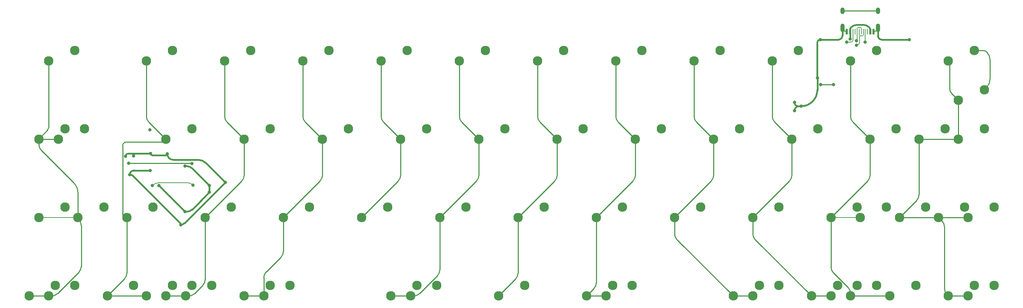
<source format=gbr>
%TF.GenerationSoftware,KiCad,Pcbnew,8.0.8*%
%TF.CreationDate,2025-02-11T12:31:47+01:00*%
%TF.ProjectId,forti rev 3,666f7274-6920-4726-9576-20332e6b6963,rev?*%
%TF.SameCoordinates,Original*%
%TF.FileFunction,Copper,L1,Top*%
%TF.FilePolarity,Positive*%
%FSLAX46Y46*%
G04 Gerber Fmt 4.6, Leading zero omitted, Abs format (unit mm)*
G04 Created by KiCad (PCBNEW 8.0.8) date 2025-02-11 12:31:47*
%MOMM*%
%LPD*%
G01*
G04 APERTURE LIST*
%TA.AperFunction,SMDPad,CuDef*%
%ADD10R,0.600000X1.450000*%
%TD*%
%TA.AperFunction,SMDPad,CuDef*%
%ADD11R,0.280000X1.450000*%
%TD*%
%TA.AperFunction,ComponentPad*%
%ADD12O,1.000000X2.100000*%
%TD*%
%TA.AperFunction,ComponentPad*%
%ADD13O,1.000000X1.600000*%
%TD*%
%TA.AperFunction,ComponentPad*%
%ADD14C,2.300000*%
%TD*%
%TA.AperFunction,ViaPad*%
%ADD15C,0.800000*%
%TD*%
%TA.AperFunction,Conductor*%
%ADD16C,0.250000*%
%TD*%
%TA.AperFunction,Conductor*%
%ADD17C,0.200000*%
%TD*%
%TA.AperFunction,Conductor*%
%ADD18C,0.381000*%
%TD*%
G04 APERTURE END LIST*
D10*
%TO.P,J1,A1,GND*%
%TO.N,GND*%
X237519115Y-31582500D03*
%TO.P,J1,A4,VBUS*%
%TO.N,VBUS*%
X236719115Y-31582500D03*
D11*
%TO.P,J1,A5,CC1*%
%TO.N,/CC1*%
X235519115Y-31582500D03*
%TO.P,J1,A6,D+*%
%TO.N,D_USB_P*%
X234519115Y-31582500D03*
%TO.P,J1,A7,D-*%
%TO.N,D_USB_N*%
X234019115Y-31582500D03*
%TO.P,J1,A8,SBU1*%
%TO.N,unconnected-(J1-SBU1-PadA8)*%
X233019115Y-31582500D03*
D10*
%TO.P,J1,A9,VBUS*%
%TO.N,VBUS*%
X231819115Y-31582500D03*
%TO.P,J1,A12,GND*%
%TO.N,GND*%
X231019115Y-31582500D03*
%TO.P,J1,B1,GND*%
X231019115Y-31582500D03*
%TO.P,J1,B4,VBUS*%
%TO.N,VBUS*%
X231819115Y-31582500D03*
D11*
%TO.P,J1,B5,CC2*%
%TO.N,/CC2*%
X232519115Y-31582500D03*
%TO.P,J1,B6,D+*%
%TO.N,D_USB_P*%
X233519115Y-31582500D03*
%TO.P,J1,B7,D-*%
%TO.N,D_USB_N*%
X235019115Y-31582500D03*
%TO.P,J1,B8,SBU2*%
%TO.N,unconnected-(J1-SBU2-PadB8)*%
X236019115Y-31582500D03*
D10*
%TO.P,J1,B9,VBUS*%
%TO.N,VBUS*%
X236719115Y-31582500D03*
%TO.P,J1,B12,GND*%
%TO.N,GND*%
X237519115Y-31582500D03*
D12*
%TO.P,J1,S1,SHIELD*%
X238589115Y-30667500D03*
D13*
X238589115Y-26487500D03*
D12*
X229949115Y-30667500D03*
D13*
X229949115Y-26487500D03*
%TD*%
D14*
%TO.P,MX51,1,1*%
%TO.N,COL9*%
X227171250Y-95885000D03*
%TO.P,MX51,2,2*%
%TO.N,Net-(D45-A)*%
X233521250Y-93345000D03*
%TD*%
%TO.P,MX23,1,1*%
%TO.N,COL10*%
X236696250Y-57785000D03*
%TO.P,MX23,2,2*%
%TO.N,Net-(D23-A)*%
X243046250Y-55245000D03*
%TD*%
%TO.P,MX55,1,1*%
%TO.N,COL11*%
X255746250Y-95885000D03*
%TO.P,MX55,2,2*%
%TO.N,Net-(D47-A)*%
X262096250Y-93345000D03*
%TD*%
%TO.P,MX43,1,1*%
%TO.N,COL2*%
X70008750Y-95885000D03*
%TO.P,MX43,2,2*%
%TO.N,Net-(D39-A)*%
X76358750Y-93345000D03*
%TD*%
%TO.P,MXshift2.1,1,1*%
%TO.N,COL0*%
X43815000Y-76835000D03*
%TO.P,MXshift2.1,2,2*%
%TO.N,Net-(D25-A)*%
X50165000Y-74295000D03*
%TD*%
%TO.P,MX27,1,1*%
%TO.N,COL2*%
X74771250Y-76835000D03*
%TO.P,MX27,2,2*%
%TO.N,Net-(D27-A)*%
X81121250Y-74295000D03*
%TD*%
%TO.P,MX11,1,1*%
%TO.N,COL10*%
X231933750Y-38735000D03*
%TO.P,MX11,2,2*%
%TO.N,Net-(D11-A)*%
X238283750Y-36195000D03*
%TD*%
%TO.P,MX46,1,1*%
%TO.N,COL3*%
X84296250Y-95885000D03*
%TO.P,MX46,2,2*%
%TO.N,Net-(D40-A)*%
X90646250Y-93345000D03*
%TD*%
%TO.P,MXenter2.1,1,1*%
%TO.N,COL11*%
X248602500Y-57785000D03*
%TO.P,MXenter2.1,2,2*%
%TO.N,Net-(D24-A)*%
X254952500Y-55245000D03*
%TD*%
%TO.P,MX49,1,1*%
%TO.N,COL8*%
X208121250Y-95885000D03*
%TO.P,MX49,2,2*%
%TO.N,Net-(D44-A)*%
X214471250Y-93345000D03*
%TD*%
%TO.P,MX31,1,1*%
%TO.N,COL6*%
X150971250Y-76835000D03*
%TO.P,MX31,2,2*%
%TO.N,Net-(D31-A)*%
X157321250Y-74295000D03*
%TD*%
%TO.P,MX16,1,1*%
%TO.N,COL3*%
X103346250Y-57785000D03*
%TO.P,MX16,2,2*%
%TO.N,Net-(D16-A)*%
X109696250Y-55245000D03*
%TD*%
%TO.P,MX38,1,1*%
%TO.N,COL11*%
X260508750Y-76835000D03*
%TO.P,MX38,2,2*%
%TO.N,Net-(D36-A)*%
X266858750Y-74295000D03*
%TD*%
%TO.P,MX35,1,1*%
%TO.N,COL10*%
X227171250Y-76835000D03*
%TO.P,MX35,2,2*%
%TO.N,Net-(D35-A)*%
X233521250Y-74295000D03*
%TD*%
%TO.P,MXsplit2.75(1)1,1,1*%
%TO.N,COL7*%
X167640000Y-95885000D03*
%TO.P,MXsplit2.75(1)1,2,2*%
%TO.N,Net-(D43-A)*%
X173990000Y-93345000D03*
%TD*%
%TO.P,MX8,1,1*%
%TO.N,COL7*%
X174783750Y-38735000D03*
%TO.P,MX8,2,2*%
%TO.N,Net-(D8-A)*%
X181133750Y-36195000D03*
%TD*%
%TO.P,MX13,1,1*%
%TO.N,COL0*%
X39052500Y-57785000D03*
%TO.P,MX13,2,2*%
%TO.N,Net-(D13-A)*%
X45402500Y-55245000D03*
%TD*%
%TO.P,MX32,1,1*%
%TO.N,COL7*%
X170021250Y-76835000D03*
%TO.P,MX32,2,2*%
%TO.N,Net-(D32-A)*%
X176371250Y-74295000D03*
%TD*%
%TO.P,MXISO1,1,1*%
%TO.N,COL11*%
X258127500Y-48260000D03*
%TO.P,MXISO1,2,2*%
%TO.N,Net-(D12-A)*%
X264477500Y-45720000D03*
%TD*%
%TO.P,MX21,1,1*%
%TO.N,COL8*%
X198596250Y-57785000D03*
%TO.P,MX21,2,2*%
%TO.N,Net-(D21-A)*%
X204946250Y-55245000D03*
%TD*%
%TO.P,MXsplit2.1,1,1*%
%TO.N,COL5*%
X124777500Y-95885000D03*
%TO.P,MXsplit2.1,2,2*%
%TO.N,Net-(D41-A)*%
X131127500Y-93345000D03*
%TD*%
%TO.P,MX4,1,1*%
%TO.N,COL3*%
X98583750Y-38735000D03*
%TO.P,MX4,2,2*%
%TO.N,Net-(D4-A)*%
X104933750Y-36195000D03*
%TD*%
%TO.P,MX45,1,1*%
%TO.N,COL3*%
X89058750Y-95885000D03*
%TO.P,MX45,2,2*%
%TO.N,Net-(D40-A)*%
X95408750Y-93345000D03*
%TD*%
%TO.P,MX30,1,1*%
%TO.N,COL5*%
X131921250Y-76835000D03*
%TO.P,MX30,2,2*%
%TO.N,Net-(D30-A)*%
X138271250Y-74295000D03*
%TD*%
%TO.P,MX1,1,1*%
%TO.N,COL0*%
X36671250Y-38735000D03*
%TO.P,MX1,2,2*%
%TO.N,Net-(D1-A)*%
X43021250Y-36195000D03*
%TD*%
%TO.P,MX34,1,1*%
%TO.N,COL9*%
X208121250Y-76835000D03*
%TO.P,MX34,2,2*%
%TO.N,Net-(D34-A)*%
X214471250Y-74295000D03*
%TD*%
%TO.P,MX25,1,1*%
%TO.N,COL0*%
X34290000Y-76835000D03*
%TO.P,MX25,2,2*%
%TO.N,Net-(D25-A)*%
X40640000Y-74295000D03*
%TD*%
%TO.P,MX29,1,1*%
%TO.N,COL4*%
X112871250Y-76835000D03*
%TO.P,MX29,2,2*%
%TO.N,Net-(D29-A)*%
X119221250Y-74295000D03*
%TD*%
%TO.P,MX53,1,1*%
%TO.N,COL10*%
X231933750Y-95885000D03*
%TO.P,MX53,2,2*%
%TO.N,Net-(D46-A)*%
X238283750Y-93345000D03*
%TD*%
%TO.P,MX22,1,1*%
%TO.N,COL9*%
X217646250Y-57785000D03*
%TO.P,MX22,2,2*%
%TO.N,Net-(D22-A)*%
X223996250Y-55245000D03*
%TD*%
%TO.P,MX17,1,1*%
%TO.N,COL4*%
X122396250Y-57785000D03*
%TO.P,MX17,2,2*%
%TO.N,Net-(D17-A)*%
X128746250Y-55245000D03*
%TD*%
%TO.P,MX47,1,1*%
%TO.N,COL6*%
X146208750Y-95885000D03*
%TO.P,MX47,2,2*%
%TO.N,Net-(D42-A)*%
X152558750Y-93345000D03*
%TD*%
%TO.P,MX44,1,1*%
%TO.N,COL2*%
X65246250Y-95885000D03*
%TO.P,MX44,2,2*%
%TO.N,Net-(D39-A)*%
X71596250Y-93345000D03*
%TD*%
%TO.P,MX36,1,1*%
%TO.N,COL10*%
X234315000Y-76835000D03*
%TO.P,MX36,2,2*%
%TO.N,Net-(D35-A)*%
X240665000Y-74295000D03*
%TD*%
%TO.P,MX26,1,1*%
%TO.N,COL1*%
X55721250Y-76835000D03*
%TO.P,MX26,2,2*%
%TO.N,Net-(D26-A)*%
X62071250Y-74295000D03*
%TD*%
%TO.P,MX3,1,1*%
%TO.N,COL2*%
X79533750Y-38735000D03*
%TO.P,MX3,2,2*%
%TO.N,Net-(D3-A)*%
X85883750Y-36195000D03*
%TD*%
%TO.P,MX37,1,1*%
%TO.N,COL11*%
X253365000Y-76835000D03*
%TO.P,MX37,2,2*%
%TO.N,Net-(D36-A)*%
X259715000Y-74295000D03*
%TD*%
%TO.P,MX24,1,1*%
%TO.N,COL11*%
X258127500Y-57785000D03*
%TO.P,MX24,2,2*%
%TO.N,Net-(D24-A)*%
X264477500Y-55245000D03*
%TD*%
%TO.P,MX42,1,1*%
%TO.N,COL1*%
X60483750Y-95885000D03*
%TO.P,MX42,2,2*%
%TO.N,Net-(D38-A)*%
X66833750Y-93345000D03*
%TD*%
%TO.P,MX33,1,1*%
%TO.N,COL8*%
X189071250Y-76835000D03*
%TO.P,MX33,2,2*%
%TO.N,Net-(D33-A)*%
X195421250Y-74295000D03*
%TD*%
%TO.P,MX5,1,1*%
%TO.N,COL4*%
X117633750Y-38735000D03*
%TO.P,MX5,2,2*%
%TO.N,Net-(D5-A)*%
X123983750Y-36195000D03*
%TD*%
%TO.P,MX50,1,1*%
%TO.N,COL9*%
X222408750Y-95885000D03*
%TO.P,MX50,2,2*%
%TO.N,Net-(D45-A)*%
X228758750Y-93345000D03*
%TD*%
%TO.P,MXsplit2.25(1)1,1,1*%
%TO.N,COL5*%
X120015000Y-95885000D03*
%TO.P,MXsplit2.25(1)1,2,2*%
%TO.N,Net-(D41-A)*%
X126365000Y-93345000D03*
%TD*%
%TO.P,MX28,1,1*%
%TO.N,COL3*%
X93821250Y-76835000D03*
%TO.P,MX28,2,2*%
%TO.N,Net-(D28-A)*%
X100171250Y-74295000D03*
%TD*%
%TO.P,MX18,1,1*%
%TO.N,COL5*%
X141446250Y-57785000D03*
%TO.P,MX18,2,2*%
%TO.N,Net-(D18-A)*%
X147796250Y-55245000D03*
%TD*%
%TO.P,MXcaps1,1,1*%
%TO.N,COL0*%
X34290000Y-57785000D03*
%TO.P,MXcaps1,2,2*%
%TO.N,Net-(D13-A)*%
X40640000Y-55245000D03*
%TD*%
%TO.P,MX40,1,1*%
%TO.N,COL0*%
X36671250Y-95885000D03*
%TO.P,MX40,2,2*%
%TO.N,Net-(D37-A)*%
X43021250Y-93345000D03*
%TD*%
%TO.P,MX15,1,1*%
%TO.N,COL2*%
X84296250Y-57785000D03*
%TO.P,MX15,2,2*%
%TO.N,Net-(D15-A)*%
X90646250Y-55245000D03*
%TD*%
%TO.P,MX54,1,1*%
%TO.N,COL11*%
X260508750Y-95885000D03*
%TO.P,MX54,2,2*%
%TO.N,Net-(D47-A)*%
X266858750Y-93345000D03*
%TD*%
%TO.P,MX39,1,1*%
%TO.N,COL0*%
X31908750Y-95885000D03*
%TO.P,MX39,2,2*%
%TO.N,Net-(D37-A)*%
X38258750Y-93345000D03*
%TD*%
%TO.P,MX10,1,1*%
%TO.N,COL9*%
X212883750Y-38735000D03*
%TO.P,MX10,2,2*%
%TO.N,Net-(D10-A)*%
X219233750Y-36195000D03*
%TD*%
%TO.P,MX9,1,1*%
%TO.N,COL8*%
X193833750Y-38735000D03*
%TO.P,MX9,2,2*%
%TO.N,Net-(D9-A)*%
X200183750Y-36195000D03*
%TD*%
%TO.P,MX52,1,1*%
%TO.N,COL10*%
X241458750Y-95885000D03*
%TO.P,MX52,2,2*%
%TO.N,Net-(D46-A)*%
X247808750Y-93345000D03*
%TD*%
%TO.P,MX20,1,1*%
%TO.N,COL7*%
X179546250Y-57785000D03*
%TO.P,MX20,2,2*%
%TO.N,Net-(D20-A)*%
X185896250Y-55245000D03*
%TD*%
%TO.P,MX6,1,1*%
%TO.N,COL5*%
X136683750Y-38735000D03*
%TO.P,MX6,2,2*%
%TO.N,Net-(D6-A)*%
X143033750Y-36195000D03*
%TD*%
%TO.P,MXshift2.2,1,1*%
%TO.N,COL11*%
X243840000Y-76835000D03*
%TO.P,MXshift2.2,2,2*%
%TO.N,Net-(D36-A)*%
X250190000Y-74295000D03*
%TD*%
%TO.P,MX12,1,1*%
%TO.N,COL11*%
X255746250Y-38735000D03*
%TO.P,MX12,2,2*%
%TO.N,Net-(D12-A)*%
X262096250Y-36195000D03*
%TD*%
%TO.P,MX19,1,1*%
%TO.N,COL6*%
X160496250Y-57785000D03*
%TO.P,MX19,2,2*%
%TO.N,Net-(D19-A)*%
X166846250Y-55245000D03*
%TD*%
%TO.P,MXsplit2.2,1,1*%
%TO.N,COL7*%
X172402500Y-95885000D03*
%TO.P,MXsplit2.2,2,2*%
%TO.N,Net-(D43-A)*%
X178752500Y-93345000D03*
%TD*%
%TO.P,MX7,1,1*%
%TO.N,COL6*%
X155733750Y-38735000D03*
%TO.P,MX7,2,2*%
%TO.N,Net-(D7-A)*%
X162083750Y-36195000D03*
%TD*%
%TO.P,MX14,1,1*%
%TO.N,COL1*%
X65246250Y-57785000D03*
%TO.P,MX14,2,2*%
%TO.N,Net-(D14-A)*%
X71596250Y-55245000D03*
%TD*%
%TO.P,MX48,1,1*%
%TO.N,COL8*%
X203358750Y-95885000D03*
%TO.P,MX48,2,2*%
%TO.N,Net-(D44-A)*%
X209708750Y-93345000D03*
%TD*%
%TO.P,MX41,1,1*%
%TO.N,COL1*%
X50958750Y-95885000D03*
%TO.P,MX41,2,2*%
%TO.N,Net-(D38-A)*%
X57308750Y-93345000D03*
%TD*%
%TO.P,MX2,1,1*%
%TO.N,COL1*%
X60483750Y-38735000D03*
%TO.P,MX2,2,2*%
%TO.N,Net-(D2-A)*%
X66833750Y-36195000D03*
%TD*%
D15*
%TO.N,ROW0*%
X227806250Y-44450000D03*
X224635000Y-44450000D03*
%TO.N,ROW1*%
X71558211Y-63675454D03*
X56177537Y-63595035D03*
%TO.N,GND*%
X223837500Y-42862500D03*
X61383494Y-65360784D03*
X218273122Y-48819724D03*
X224523397Y-33524822D03*
X61335259Y-55462097D03*
X55405316Y-61872013D03*
X57355316Y-61856934D03*
X219874863Y-49742270D03*
X246249822Y-33524822D03*
X65570925Y-61316672D03*
X79670438Y-68278415D03*
X61475875Y-61238510D03*
X68830511Y-78563503D03*
X56445750Y-66353872D03*
X218281250Y-50800000D03*
%TO.N,+3V3*%
X69850000Y-64293750D03*
X69850000Y-75406250D03*
X63500000Y-69056250D03*
X75828969Y-69056250D03*
X75828969Y-70643750D03*
%TO.N,VBUS*%
X231805189Y-33352069D03*
%TO.N,/CC1*%
X235519115Y-34131250D03*
%TO.N,D_USB_P*%
X233362500Y-33804800D03*
%TO.N,D_USB_N*%
X233362500Y-34925000D03*
%TO.N,/CC2*%
X230981250Y-34131250D03*
%TO.N,BOOT0*%
X71850104Y-68930176D03*
X61912500Y-69056250D03*
%TD*%
D16*
%TO.N,ROW0*%
X224635000Y-44450000D02*
X227806250Y-44450000D01*
%TO.N,Net-(D12-A)*%
X265906250Y-38516476D02*
X265906250Y-43056465D01*
X265033125Y-45164375D02*
X264477500Y-45720000D01*
X262096250Y-36195000D02*
X264258294Y-36195000D01*
X265086815Y-36538185D02*
G75*
G02*
X265906260Y-38516476I-1978315J-1978315D01*
G01*
X265906250Y-43056465D02*
G75*
G02*
X265033146Y-45164396I-2981050J-35D01*
G01*
X264258294Y-36195000D02*
G75*
G02*
X265086817Y-36538183I6J-1171700D01*
G01*
%TO.N,ROW1*%
X71451507Y-63568750D02*
X56203822Y-63568750D01*
X56203822Y-63568750D02*
G75*
G03*
X56177550Y-63595035I-22J-26250D01*
G01*
X71558211Y-63675454D02*
G75*
G03*
X71451507Y-63568789I-106711J-46D01*
G01*
%TO.N,COL0*%
X44022963Y-90120787D02*
X38844536Y-95299214D01*
X34290000Y-57785000D02*
X39052500Y-57785000D01*
X43815000Y-70861007D02*
X43815000Y-76835000D01*
X36446495Y-55496495D02*
X34383346Y-57559644D01*
X36671250Y-95885000D02*
X31908750Y-95885000D01*
D17*
X34290000Y-76835000D02*
X43815000Y-76835000D01*
D16*
X34290000Y-57785000D02*
X34290000Y-59036704D01*
X44608750Y-78751282D02*
X44608750Y-88706573D01*
X31908750Y-95885000D02*
X37430323Y-95885000D01*
X34875787Y-60450918D02*
X42774934Y-68350066D01*
X36671250Y-38735000D02*
X36671250Y-54953889D01*
X34383346Y-57559644D02*
G75*
G03*
X34290000Y-57785000I225354J-225356D01*
G01*
X42774934Y-68350066D02*
G75*
G02*
X43814997Y-70861007I-2510934J-2510934D01*
G01*
X34875787Y-60450918D02*
G75*
G02*
X34289997Y-59036704I1414213J1414218D01*
G01*
X43815000Y-76835000D02*
G75*
G02*
X44608757Y-78751282I-1916300J-1916300D01*
G01*
X38844536Y-95299214D02*
G75*
G02*
X37430323Y-95885016I-1414236J1414214D01*
G01*
X36671250Y-54953889D02*
G75*
G02*
X36446498Y-55496498I-767350J-11D01*
G01*
X44022963Y-90120787D02*
G75*
G03*
X44608745Y-88706573I-1414163J1414187D01*
G01*
%TO.N,COL1*%
X54678895Y-59440159D02*
X54678895Y-59390754D01*
X60483750Y-95885000D02*
X50958750Y-95885000D01*
X60483750Y-38735000D02*
X60483750Y-52194073D01*
X64611250Y-58420000D02*
X55654021Y-58420000D01*
X55135463Y-91708287D02*
X50958750Y-95885000D01*
X55721250Y-76835000D02*
X55721250Y-90294073D01*
X61069537Y-53608287D02*
X65246250Y-57785000D01*
X54680316Y-59441580D02*
X54680316Y-75794066D01*
X65246250Y-57785000D02*
G75*
G02*
X64611250Y-58419950I-634950J0D01*
G01*
X60483750Y-52194073D02*
G75*
G03*
X61069534Y-53608290I1999950J-27D01*
G01*
X54678895Y-59390754D02*
G75*
G02*
X55651835Y-58417795I972905J54D01*
G01*
X55721250Y-90294073D02*
G75*
G02*
X55135466Y-91708290I-1999950J-27D01*
G01*
X54680316Y-75794066D02*
G75*
G03*
X55721250Y-76835084I1040984J-34D01*
G01*
%TO.N,COL2*%
X74185463Y-93334632D02*
X72220881Y-95299214D01*
X80119537Y-53608287D02*
X84296250Y-57785000D01*
X74771250Y-76835000D02*
X74771250Y-91920418D01*
X70008750Y-95885000D02*
X65246250Y-95885000D01*
X84296250Y-57785000D02*
X84296250Y-66481573D01*
X83710463Y-67895787D02*
X74771250Y-76835000D01*
X79533750Y-38735000D02*
X79533750Y-52194073D01*
X70806668Y-95885000D02*
X70008750Y-95885000D01*
X79533750Y-52194073D02*
G75*
G03*
X80119534Y-53608290I1999950J-27D01*
G01*
X70806668Y-95885000D02*
G75*
G03*
X72220897Y-95299230I32J2000000D01*
G01*
X84296250Y-66481573D02*
G75*
G02*
X83710466Y-67895790I-1999950J-27D01*
G01*
X74771250Y-91920418D02*
G75*
G02*
X74185444Y-93334613I-1999950J18D01*
G01*
%TO.N,COL3*%
X99169537Y-53608287D02*
X103346250Y-57785000D01*
X93235463Y-86453156D02*
X89644536Y-90044083D01*
X98583750Y-38735000D02*
X98583750Y-52194073D01*
X93821250Y-76835000D02*
X93821250Y-85038942D01*
X103346250Y-57785000D02*
X103346250Y-66481573D01*
X89058750Y-95885000D02*
X84296250Y-95885000D01*
X89058750Y-91458296D02*
X89058750Y-95885000D01*
X102760463Y-67895787D02*
X93821250Y-76835000D01*
X93235463Y-86453156D02*
G75*
G03*
X93821294Y-85038942I-1414163J1414256D01*
G01*
X103346250Y-66481573D02*
G75*
G02*
X102760466Y-67895790I-1999950J-27D01*
G01*
X89058750Y-91458296D02*
G75*
G02*
X89644548Y-90044095I1999950J-4D01*
G01*
X99169537Y-53608287D02*
G75*
G02*
X98583755Y-52194073I1414163J1414187D01*
G01*
%TO.N,COL4*%
X117633750Y-38735000D02*
X117633750Y-52194073D01*
X118219537Y-53608287D02*
X122396250Y-57785000D01*
X121810463Y-67895787D02*
X112871250Y-76835000D01*
X122396250Y-57785000D02*
X122396250Y-66481573D01*
X117633750Y-52194073D02*
G75*
G03*
X118219534Y-53608290I1999950J-27D01*
G01*
X122396250Y-66481573D02*
G75*
G02*
X121810466Y-67895790I-1999950J-27D01*
G01*
%TO.N,COL5*%
X124777500Y-95885000D02*
X120015000Y-95885000D01*
X131335463Y-90953382D02*
X126989631Y-95299214D01*
X141446250Y-57785000D02*
X141446250Y-66481573D01*
X137269537Y-53608287D02*
X141446250Y-57785000D01*
X131921250Y-76835000D02*
X131921250Y-89539168D01*
X125575418Y-95885000D02*
X124777500Y-95885000D01*
X140860463Y-67895787D02*
X131921250Y-76835000D01*
X136683750Y-38735000D02*
X136683750Y-52194073D01*
X126989631Y-95299214D02*
G75*
G02*
X125575418Y-95885013I-1414231J1414214D01*
G01*
X131921250Y-89539168D02*
G75*
G02*
X131335469Y-90953388I-1999950J-32D01*
G01*
X137269537Y-53608287D02*
G75*
G02*
X136683755Y-52194073I1414163J1414187D01*
G01*
X141446250Y-66481573D02*
G75*
G02*
X140860466Y-67895790I-1999950J-27D01*
G01*
%TO.N,COL6*%
X150385463Y-91708287D02*
X146208750Y-95885000D01*
X150971250Y-76835000D02*
X150971250Y-90294073D01*
X159910463Y-67895787D02*
X150971250Y-76835000D01*
X156319537Y-53608287D02*
X160496250Y-57785000D01*
X155733750Y-38735000D02*
X155733750Y-52194073D01*
X160496250Y-57785000D02*
X160496250Y-66481573D01*
X150385463Y-91708287D02*
G75*
G03*
X150971245Y-90294073I-1414163J1414187D01*
G01*
X156319537Y-53608287D02*
G75*
G02*
X155733755Y-52194073I1414163J1414187D01*
G01*
X160496250Y-66481573D02*
G75*
G02*
X159910466Y-67895790I-1999950J-27D01*
G01*
%TO.N,COL7*%
X175369537Y-53608287D02*
X179546250Y-57785000D01*
X178960463Y-67895787D02*
X170021250Y-76835000D01*
X170021250Y-76835000D02*
X170021250Y-92675323D01*
X174783750Y-38735000D02*
X174783750Y-52194073D01*
X179546250Y-57785000D02*
X179546250Y-66481573D01*
X167640000Y-95885000D02*
X172402500Y-95885000D01*
X169435463Y-94089537D02*
X167640000Y-95885000D01*
X170021250Y-92675323D02*
G75*
G02*
X169435441Y-94089515I-1999950J23D01*
G01*
X174783750Y-52194073D02*
G75*
G03*
X175369534Y-53608290I1999950J-27D01*
G01*
X178960463Y-67895787D02*
G75*
G03*
X179546245Y-66481573I-1414163J1414187D01*
G01*
%TO.N,COL8*%
X198596250Y-57785000D02*
X198596250Y-66481573D01*
X203358750Y-95885000D02*
X208121250Y-95885000D01*
X189657037Y-82183287D02*
X203358750Y-95885000D01*
X193833750Y-38735000D02*
X193833750Y-52194073D01*
X194419537Y-53608287D02*
X198596250Y-57785000D01*
X198010463Y-67895787D02*
X189071250Y-76835000D01*
X189071250Y-76835000D02*
X189071250Y-80769073D01*
X189071250Y-80769073D02*
G75*
G03*
X189657034Y-82183290I1999950J-27D01*
G01*
X194419537Y-53608287D02*
G75*
G02*
X193833755Y-52194073I1414163J1414187D01*
G01*
X198010463Y-67895787D02*
G75*
G03*
X198596245Y-66481573I-1414163J1414187D01*
G01*
%TO.N,COL9*%
X208121250Y-76835000D02*
X208121250Y-80769073D01*
X217646250Y-57785000D02*
X217646250Y-66481573D01*
X217060463Y-67895787D02*
X208121250Y-76835000D01*
X212883750Y-38735000D02*
X212883750Y-52194073D01*
X222408750Y-95885000D02*
X227171250Y-95885000D01*
X213469537Y-53608287D02*
X217646250Y-57785000D01*
X208707037Y-82183287D02*
X222408750Y-95885000D01*
X217060463Y-67895787D02*
G75*
G03*
X217646245Y-66481573I-1414163J1414187D01*
G01*
X212883750Y-52194073D02*
G75*
G03*
X213469534Y-53608290I1999950J-27D01*
G01*
X208121250Y-80769073D02*
G75*
G03*
X208707034Y-82183290I1999950J-27D01*
G01*
%TO.N,COL10*%
X227757037Y-90257321D02*
X231347964Y-93848248D01*
X236110463Y-67895787D02*
X227171250Y-76835000D01*
X231933750Y-38735000D02*
X231933750Y-52194073D01*
X231933750Y-95885000D02*
X241458750Y-95885000D01*
D17*
X227171250Y-76835000D02*
X234315000Y-76835000D01*
D16*
X231933750Y-95262461D02*
X231933750Y-95885000D01*
X236696250Y-57785000D02*
X236696250Y-66481573D01*
X227171250Y-76835000D02*
X227171250Y-88843107D01*
X232519537Y-53608287D02*
X236696250Y-57785000D01*
X231933750Y-52194073D02*
G75*
G03*
X232519534Y-53608290I1999950J-27D01*
G01*
X227757037Y-90257321D02*
G75*
G02*
X227171230Y-88843107I1414163J1414221D01*
G01*
X236696250Y-66481573D02*
G75*
G02*
X236110466Y-67895790I-1999950J-27D01*
G01*
X231347964Y-93848248D02*
G75*
G02*
X231933792Y-95262461I-1414164J-1414252D01*
G01*
%TO.N,COL11*%
X248602500Y-57785000D02*
X248602500Y-71244073D01*
X256051400Y-45355473D02*
X256051400Y-39687500D01*
X254806100Y-79104527D02*
X254806100Y-94116423D01*
X243840000Y-76835000D02*
X253365000Y-76835000D01*
X256051400Y-39687500D02*
X256051400Y-38735000D01*
X248016713Y-72658287D02*
X243840000Y-76835000D01*
X255391887Y-95530637D02*
X255746250Y-95885000D01*
X253365000Y-76835000D02*
X254220314Y-77690314D01*
X256637187Y-46769687D02*
X258127500Y-48260000D01*
X255746250Y-95885000D02*
X260508750Y-95885000D01*
X253365000Y-76835000D02*
X260508750Y-76835000D01*
X248602500Y-57785000D02*
X258127500Y-57785000D01*
X258127500Y-48260000D02*
X258127500Y-57785000D01*
X254806100Y-79104527D02*
G75*
G03*
X254220328Y-77690300I-2000000J27D01*
G01*
X254806100Y-94116423D02*
G75*
G03*
X255391898Y-95530626I2000000J23D01*
G01*
X256051400Y-45355473D02*
G75*
G03*
X256637173Y-46769701I2000000J-27D01*
G01*
X248602500Y-71244073D02*
G75*
G02*
X248016727Y-72658301I-2000000J-27D01*
G01*
D18*
%TO.N,GND*%
X69777679Y-78171173D02*
X79670438Y-68278415D01*
D16*
X237519115Y-31549800D02*
X237674115Y-31549800D01*
D18*
X219338980Y-49742270D02*
X219874863Y-49742270D01*
X58737500Y-61238510D02*
X56038819Y-61238510D01*
X229949115Y-32543750D02*
X229949115Y-30667500D01*
X74911011Y-63518989D02*
X79670438Y-68278415D01*
X223824285Y-36512500D02*
X223824285Y-42849285D01*
D16*
X231019115Y-31549800D02*
X230864115Y-31549800D01*
D18*
X223824285Y-42849285D02*
X223837500Y-42862500D01*
X224523397Y-33524822D02*
X228968043Y-33524822D01*
X57173464Y-66651536D02*
X68650255Y-78128327D01*
X246249822Y-33524822D02*
X239525536Y-33524822D01*
X238589115Y-30667500D02*
X238589115Y-32588401D01*
X61475875Y-61238510D02*
X58737500Y-61238510D01*
X61877865Y-61640500D02*
X65247097Y-61640500D01*
D16*
X229949115Y-26487500D02*
X238589115Y-26487500D01*
D18*
X223824285Y-36196960D02*
X223824285Y-36512500D01*
X223824285Y-36512500D02*
X223824285Y-34223934D01*
X61475875Y-61238510D02*
X61475875Y-61263979D01*
X223837500Y-42862500D02*
X223837500Y-45779633D01*
X219195668Y-49742270D02*
X219874863Y-49742270D01*
X56445750Y-66353872D02*
X56454840Y-66353872D01*
X61335259Y-55462097D02*
X61291111Y-55417949D01*
X57438838Y-65360784D02*
X61383494Y-65360784D01*
X58737500Y-61238510D02*
X57973740Y-61238510D01*
X67035535Y-62781282D02*
X73130029Y-62781282D01*
X57355316Y-61856934D02*
G75*
G02*
X57973740Y-61238516I618384J34D01*
G01*
X55405316Y-61872013D02*
G75*
G02*
X56038819Y-61238516I633484J13D01*
G01*
X239525536Y-33524822D02*
G75*
G02*
X238589078Y-32588401I-36J936422D01*
G01*
X61475875Y-61238510D02*
G75*
G03*
X61877865Y-61640525I402025J10D01*
G01*
D16*
X237674115Y-31549800D02*
G75*
G03*
X238589100Y-30634800I-15J915000D01*
G01*
X230864115Y-31549800D02*
G75*
G02*
X229949100Y-30634800I-15J915000D01*
G01*
D18*
X218273122Y-48819724D02*
G75*
G03*
X219195668Y-49742278I922578J24D01*
G01*
X228968043Y-33524822D02*
G75*
G03*
X229949022Y-32543750I-43J981022D01*
G01*
X68650255Y-78128327D02*
G75*
G02*
X68830515Y-78563503I-435155J-435173D01*
G01*
X223824285Y-34223934D02*
G75*
G02*
X224523397Y-33524785I699115J34D01*
G01*
X218281250Y-50800000D02*
G75*
G02*
X219338980Y-49742250I1057750J0D01*
G01*
X56445750Y-66353872D02*
G75*
G02*
X57438838Y-65360850I993050J-28D01*
G01*
X73130029Y-62781282D02*
G75*
G02*
X74911003Y-63518997I-29J-2518718D01*
G01*
X56454840Y-66353872D02*
G75*
G02*
X57173452Y-66651548I-40J-1016328D01*
G01*
X69777679Y-78171173D02*
G75*
G02*
X68830511Y-78563509I-947179J947173D01*
G01*
X65247097Y-61640500D02*
G75*
G03*
X65570900Y-61316672I3J323800D01*
G01*
X223837500Y-45779633D02*
G75*
G02*
X219874863Y-49742200I-3962600J33D01*
G01*
X65570925Y-61316672D02*
G75*
G03*
X67035535Y-62781275I1464575J-28D01*
G01*
%TO.N,+3V3*%
X75828969Y-69056250D02*
X75828969Y-70643750D01*
X70238042Y-75406250D02*
X69850000Y-75406250D01*
X69850000Y-75406250D02*
X63500000Y-69056250D01*
X69850000Y-64293750D02*
X70238042Y-64293750D01*
X75828969Y-70643750D02*
X71652255Y-74820464D01*
X71652256Y-64879537D02*
X75828969Y-69056250D01*
X70238042Y-75406250D02*
G75*
G03*
X71652224Y-74820433I-42J1999950D01*
G01*
X71652256Y-64879537D02*
G75*
G03*
X70238042Y-64293706I-1414256J-1414163D01*
G01*
%TO.N,VBUS*%
X231805189Y-33352069D02*
X231805189Y-31175709D01*
X236719115Y-31581206D02*
X236719115Y-31142087D01*
X233490222Y-29936106D02*
X235048008Y-29936106D01*
X232076009Y-30521892D02*
G75*
G02*
X233490222Y-29936120I1414191J-1414208D01*
G01*
X236719115Y-31142087D02*
G75*
G03*
X236462221Y-30521894I-877115J-13D01*
G01*
X231805189Y-31175709D02*
G75*
G02*
X232076010Y-30521893I924611J9D01*
G01*
X231819115Y-31142088D02*
G75*
G02*
X232076016Y-30521899I877085J-12D01*
G01*
X236462222Y-30521893D02*
G75*
G03*
X235048008Y-29936099I-1414222J-1414207D01*
G01*
D17*
%TO.N,/CC1*%
X235519115Y-34131250D02*
X235519115Y-31582500D01*
%TO.N,D_USB_P*%
X234519115Y-31582500D02*
X234519115Y-30784514D01*
X233720763Y-30557500D02*
X234292101Y-30557500D01*
X233519115Y-31582500D02*
X233519115Y-33648185D01*
X233519115Y-31582500D02*
X233519115Y-30759148D01*
X234519115Y-30784514D02*
G75*
G03*
X234292101Y-30557485I-227015J14D01*
G01*
X233519115Y-30759148D02*
G75*
G02*
X233720763Y-30557415I201685J48D01*
G01*
X233519115Y-33648185D02*
G75*
G02*
X233362500Y-33804815I-156615J-15D01*
G01*
%TO.N,D_USB_N*%
X234220000Y-32607500D02*
X234803206Y-32607500D01*
X235019115Y-31582500D02*
X235019115Y-32391591D01*
X234156250Y-34131250D02*
X234156250Y-32671250D01*
X234019115Y-31582500D02*
X234019115Y-32406615D01*
X233362500Y-34925000D02*
G75*
G03*
X234156300Y-34131250I0J793800D01*
G01*
X234156250Y-32671250D02*
G75*
G02*
X234220000Y-32607550I63750J-50D01*
G01*
X234220000Y-32607500D02*
G75*
G02*
X234019100Y-32406615I0J200900D01*
G01*
X235019115Y-32391591D02*
G75*
G02*
X234803206Y-32607515I-215915J-9D01*
G01*
%TO.N,/CC2*%
X232519115Y-33628093D02*
X232519115Y-31582500D01*
X230981250Y-34131250D02*
X232015958Y-34131250D01*
X232015958Y-34131250D02*
G75*
G03*
X232519150Y-33628093I42J503150D01*
G01*
%TO.N,BOOT0*%
X63500000Y-68356250D02*
X70464525Y-68356250D01*
X61984942Y-68983807D02*
X61912500Y-69056250D01*
X70464525Y-68356250D02*
G75*
G02*
X71850101Y-68930179I-25J-1959550D01*
G01*
X63500000Y-68356250D02*
G75*
G03*
X61984935Y-68983800I0J-2142650D01*
G01*
%TD*%
M02*

</source>
